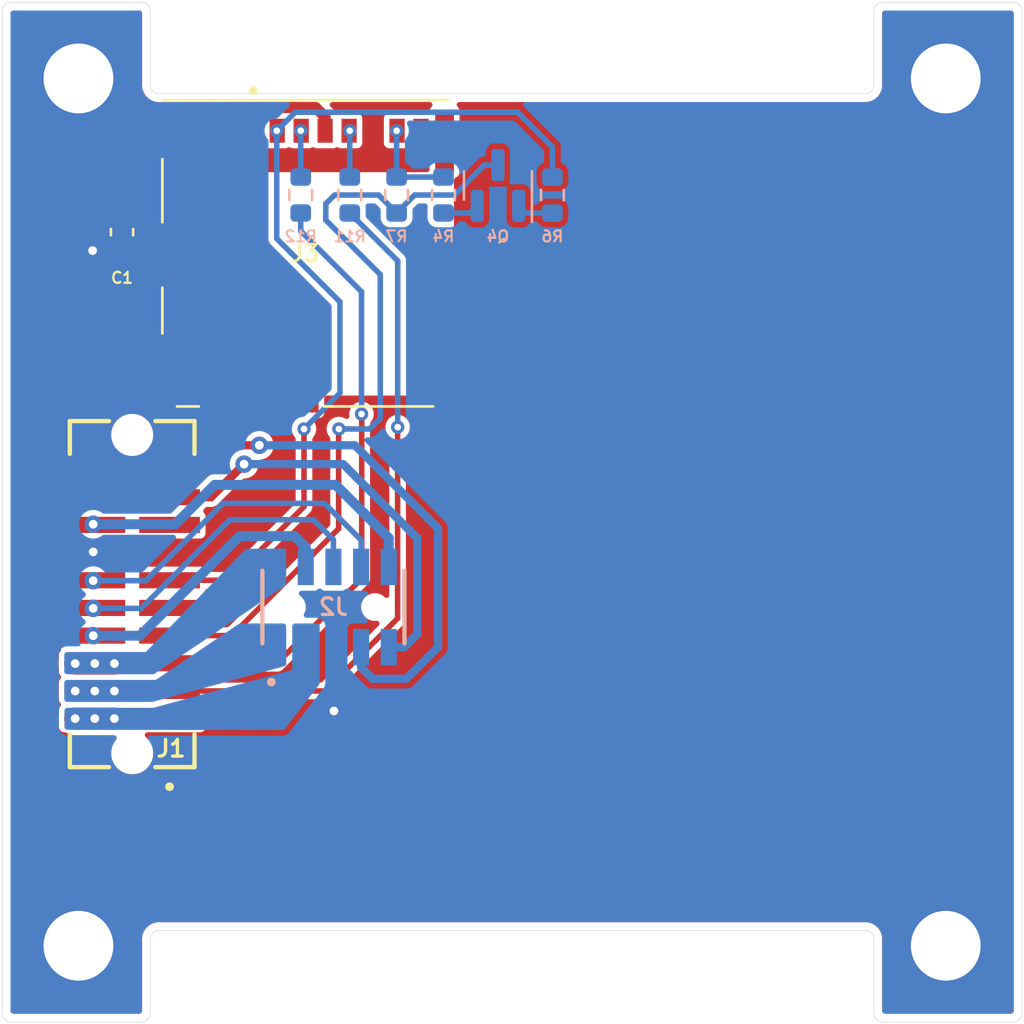
<source format=kicad_pcb>
(kicad_pcb (version 20211014) (generator pcbnew)
  (layers (0 "F.Cu" signal) (31 "B.Cu" signal) (34 "B.Paste" user) (35 "F.Paste" user) (36 "B.SilkS" user "B.Silkscreen") (37 "F.SilkS" user "F.Silkscreen") (38 "B.Mask" user) (39 "F.Mask" user) (44 "Edge.Cuts" user))
  (net 0 "")
  (net 1 "GND")
  (net 2 "/BATT_P")
  (net 3 "SCK")
  (net 4 "/BATT_N_SW")
  (net 6 "MOSI")
  (net 7 "/CAM_EN")
  (net 8 "/BATT_P_SW")
  (net 9 "+3V3")
  (net 10 "MISO")
  (net 11 "/SCL3")
  (net 12 "SD_CS")
  (net 13 "/SDA3")
  (net 14 "/VUSB")
  (net 15 "/COIL6_N")
  (net 17 "/COIL6_P")
  (net 19 "SD_MOSI")
  (net 20 "SD_SCK")
  (net 21 "SD_MISO")
  (net 23 "/HI_POW")
  (net 24 "/CAM_CS")
  (net 25 "Net-(Q4-Pad1)")
  (net 26 "Net-(Q4-Pad2)")
  (footprint "mainboard:MountingHole" (layer "F.Cu") (at 127.050003 83.849993)
    (fp_text reference "H3" hide)
    (fp_text value "MountingHole_Pad")
    (pad "1" thru_hole circle (at 0 0) (size 5 5) (drill 3.2) (layers *.Cu *.Mask) (net 1 "GND"))
  )
  (footprint "mainboard:MountingHole" (layer "F.Cu") (at 127.050003 44.049993)
    (fp_text reference "H2" hide)
    (fp_text value "MountingHole_Pad")
    (pad "1" thru_hole circle (at 0 0) (size 5 5) (drill 3.2) (layers *.Cu *.Mask) (net 1 "GND"))
  )
  (footprint "cameraboard:MOLEX_503398-1892" (layer "F.Cu") (at 97.649999 52.074989)
    (fp_text reference "J3" (at 0 0 180) (layer "F.SilkS") (effects (font (size 0.762 0.762) (thickness 0.127))))
    (fp_text value "Micro_SD_Card")
    (fp_line (start -6.55 1.575) (end -6.55 3.675) (layer "F.SilkS") (width 0.127))
    (fp_line (start -5.876 7.025) (end -4.874 7.025) (layer "F.SilkS") (width 0.127))
    (fp_line (start 0.874 7.025) (end 5.876 7.025) (layer "F.SilkS") (width 0.127))
    (fp_line (start -6.55 -4.325) (end -6.55 -1.425) (layer "F.SilkS") (width 0.127))
    (fp_line (start -6.55 -7.025) (end 6.55 -7.025) (layer "F.SilkS") (width 0.127))
    (fp_circle (center -2.38 -7.475) (end -2.28 -7.475) (layer "F.SilkS") (width 0.2) (fill none))
    (pad "1" smd rect (at -2.38 -5.625) (size 0.7 1.1) (layers "F.Cu" "F.Paste" "F.Mask"))
    (pad "2" smd rect (at -1.28 -5.625) (size 0.7 1.1) (layers "F.Cu" "F.Paste" "F.Mask") (net 12 "SD_CS"))
    (pad "3" smd rect (at -0.18 -5.625) (size 0.7 1.1) (layers "F.Cu" "F.Paste" "F.Mask") (net 19 "SD_MOSI"))
    (pad "4" smd rect (at 0.92 -5.625) (size 0.7 1.1) (layers "F.Cu" "F.Paste" "F.Mask") (net 9 "+3V3"))
    (pad "5" smd rect (at 2.02 -5.625) (size 0.7 1.1) (layers "F.Cu" "F.Paste" "F.Mask") (net 20 "SD_SCK"))
    (pad "6" smd rect (at 3.12 -5.625) (size 0.7 1.1) (layers "F.Cu" "F.Paste" "F.Mask") (net 1 "GND"))
    (pad "7" smd rect (at 4.22 -5.625) (size 0.7 1.1) (layers "F.Cu" "F.Paste" "F.Mask") (net 21 "SD_MISO"))
    (pad "8" smd rect (at 5.32 -5.625) (size 0.7 1.1) (layers "F.Cu" "F.Paste" "F.Mask"))
    (pad "9" smd rect (at -4.17 6.84) (size 0.9 0.93) (layers "F.Cu" "F.Paste" "F.Mask") (net 1 "GND"))
    (pad "10" smd rect (at 0.095 6.915) (size 1.05 0.78) (layers "F.Cu" "F.Paste" "F.Mask"))
    (pad "P1" smd rect (at -6.26 -5.61) (size 1.14 1.83) (layers "F.Cu" "F.Paste" "F.Mask"))
    (pad "P2" smd rect (at 6.4 -5.125) (size 0.86 2.8) (layers "F.Cu" "F.Paste" "F.Mask"))
    (pad "P3" smd rect (at -6.48 5.64) (size 0.7 3.33) (layers "F.Cu" "F.Paste" "F.Mask"))
    (pad "P4" smd rect (at 6.48 5.64) (size 0.7 3.33) (layers "F.Cu" "F.Paste" "F.Mask"))
    (zone (net 0) (net_name "") (layer "F.Cu") (connect_pads (clearance 0)) (min_thickness 0.01)
      (keepout (tracks not_allowed) (vias not_allowed) (pads not_allowed) (copperpour not_allowed) (footprints allowed))
      (fill (thermal_gap 0.508) (thermal_bridge_width 0.508))
      (polygon (pts (xy 90.813659 50.949989) (xy 91.519999 50.949989) (xy 91.519999 53.351169) (xy 90.813659 53.351169)))
    )
    (zone (net 0) (net_name "") (layer "F.Cu") (connect_pads (clearance 0)) (min_thickness 0.0001)
      (keepout (tracks not_allowed) (vias not_allowed) (pads not_allowed) (copperpour not_allowed) (footprints allowed))
      (fill (thermal_gap 0.508) (thermal_bridge_width 0.508))
      (polygon (pts (xy 94.479999 48.349989) (xy 94.479999 53.349989) (xy 93.829999 53.349989) (xy 93.829999 55.949989) (xy 98.219999 55.949989) (xy 98.219999 57.199989) (xy 95.919999 57.199989) (xy 95.919999 59.379989) (xy 97.219999 59.379989) (xy 97.219999 58.599989) (xy 103.779999 58.599989) (xy 103.779999 56.049989) (xy 104.479999 56.049989) (xy 104.479999 48.349989)))
    )
    (zone (net 0) (net_name "") (layer "F.Cu") (connect_pads (clearance 0)) (min_thickness 0.01)
      (keepout (tracks not_allowed) (vias not_allowed) (pads not_allowed) (copperpour not_allowed) (footprints allowed))
      (fill (thermal_gap 0.508) (thermal_bridge_width 0.508))
      (polygon (pts (xy 92.404739 56.649989) (xy 92.964999 56.649989) (xy 92.964999 58.813169) (xy 92.404739 58.813169)))
    )
    (zone (net 0) (net_name "") (layer "F.Cu") (connect_pads (clearance 0)) (min_thickness 0.01)
      (keepout (tracks not_allowed) (vias not_allowed) (pads not_allowed) (copperpour not_allowed) (footprints allowed))
      (fill (thermal_gap 0.508) (thermal_bridge_width 0.508))
      (polygon (pts (xy 94.427489 58.449989) (xy 94.979999 58.449989) (xy 94.979999 59.005389) (xy 94.427489 59.005389)))
    )
  )
  (footprint "cameraboard:SAMTEC_TFM-110-12-L-D-A" (layer "F.Cu") (at 89.715759 67.712269 90)
    (fp_text reference "J1" (at -7.087731 1.784241 180) (layer "F.SilkS") (effects (font (size 0.762 0.762) (thickness 0.1524))))
    (fp_text value "TFM-110-12-L-D-A")
    (fp_line (start -7.94 1.06366) (end -7.94 2.86) (layer "F.SilkS") (width 0.2))
    (fp_line (start -7.94 -2.86) (end -6.435 -2.86) (layer "F.SilkS") (width 0.2))
    (fp_line (start -6.435 2.86) (end -7.94 2.86) (layer "F.SilkS") (width 0.2))
    (fp_line (start 7.94 2.86) (end 7.94 1.06366) (layer "F.SilkS") (width 0.2))
    (fp_line (start 7.94 -1.06366) (end 7.94 -2.86) (layer "F.SilkS") (width 0.2))
    (fp_line (start 6.435 -2.86) (end 7.94 -2.86) (layer "F.SilkS") (width 0.2))
    (fp_line (start 6.435 2.86) (end 7.94 2.86) (layer "F.SilkS") (width 0.2))
    (fp_line (start -7.94 -2.86) (end -7.94 -1.06366) (layer "F.SilkS") (width 0.2))
    (fp_circle (center -8.84 1.715) (end -8.74 1.715) (layer "F.SilkS") (width 0.2) (fill none))
    (pad "" np_thru_hole circle (at 7.305 0 90) (size 1.42 1.42) (drill 1.42) (layers *.Cu *.Mask))
    (pad "" np_thru_hole circle (at -7.305 0 90) (size 1.42 1.42) (drill 1.42) (layers *.Cu *.Mask))
    (pad "1" smd rect (at -5.715 1.715 90) (size 0.74 2.79) (layers "F.Cu" "F.Paste" "F.Mask") (net 23 "/HI_POW"))
    (pad "2" smd rect (at -5.715 -1.715 90) (size 0.74 2.79) (layers "F.Cu" "F.Paste" "F.Mask") (net 2 "/BATT_P"))
    (pad "3" smd rect (at -4.445 1.715 90) (size 0.74 2.79) (layers "F.Cu" "F.Paste" "F.Mask") (net 3 "SCK"))
    (pad "4" smd rect (at -4.445 -1.715 90) (size 0.74 2.79) (layers "F.Cu" "F.Paste" "F.Mask") (net 4 "/BATT_N_SW"))
    (pad "5" smd rect (at -3.175 1.715 90) (size 0.74 2.79) (layers "F.Cu" "F.Paste" "F.Mask") (net 6 "MOSI"))
    (pad "6" smd rect (at -3.175 -1.715 90) (size 0.74 2.79) (layers "F.Cu" "F.Paste" "F.Mask") (net 8 "/BATT_P_SW"))
    (pad "7" smd rect (at -1.905 1.715 90) (size 0.74 2.79) (layers "F.Cu" "F.Paste" "F.Mask") (net 10 "MISO"))
    (pad "8" smd rect (at -1.905 -1.715 90) (size 0.74 2.79) (layers "F.Cu" "F.Paste" "F.Mask") (net 9 "+3V3"))
    (pad "9" smd rect (at -0.635 1.715 90) (size 0.74 2.79) (layers "F.Cu" "F.Paste" "F.Mask") (net 24 "/CAM_CS"))
    (pad "10" smd rect (at -0.635 -1.715 90) (size 0.74 2.79) (layers "F.Cu" "F.Paste" "F.Mask") (net 11 "/SCL3"))
    (pad "11" smd rect (at 0.635 1.715 90) (size 0.74 2.79) (layers "F.Cu" "F.Paste" "F.Mask") (net 12 "SD_CS"))
    (pad "12" smd rect (at 0.635 -1.715 90) (size 0.74 2.79) (layers "F.Cu" "F.Paste" "F.Mask") (net 13 "/SDA3"))
    (pad "13" smd rect (at 1.905 1.715 90) (size 0.74 2.79) (layers "F.Cu" "F.Paste" "F.Mask") (net 1 "GND"))
    (pad "14" smd rect (at 1.905 -1.715 90) (size 0.74 2.79) (layers "F.Cu" "F.Paste" "F.Mask") (net 1 "GND"))
    (pad "15" smd rect (at 3.175 1.715 90) (size 0.74 2.79) (layers "F.Cu" "F.Paste" "F.Mask") (net 7 "/CAM_EN"))
    (pad "16" smd rect (at 3.175 -1.715 90) (size 0.74 2.79) (layers "F.Cu" "F.Paste" "F.Mask") (net 14 "/VUSB"))
    (pad "17" smd rect (at 4.445 1.715 90) (size 0.74 2.79) (layers "F.Cu" "F.Paste" "F.Mask") (net 15 "/COIL6_N"))
    (pad "18" smd rect (at 4.445 -1.715 90) (size 0.74 2.79) (layers "F.Cu" "F.Paste" "F.Mask"))
    (pad "19" smd rect (at 5.715 1.715 90) (size 0.74 2.79) (layers "F.Cu" "F.Paste" "F.Mask") (net 17 "/COIL6_P"))
    (pad "20" smd rect (at 5.715 -1.715 90) (size 0.74 2.79) (layers "F.Cu" "F.Paste" "F.Mask"))
  )
  (footprint "Capacitor_SMD:C_0603_1608Metric_Pad1.08x0.95mm_HandSolder" (layer "F.Cu") (at 89.249999 51.099989 90)
    (fp_text reference "C1" (at -2.100011 0.000001 180) (layer "F.SilkS") (effects (font (size 0.508 0.508) (thickness 0.1016))))
    (fp_text value "1uF")
    (fp_line (start -0.146267 0.51) (end 0.146267 0.51) (layer "F.SilkS") (width 0.12))
    (fp_line (start -0.146267 -0.51) (end 0.146267 -0.51) (layer "F.SilkS") (width 0.12))
    (pad "1" smd roundrect (at -0.8625 0 90) (size 1.075 0.95) (layers "F.Cu" "F.Paste" "F.Mask") (net 1 "GND"))
    (pad "2" smd roundrect (at 0.8625 0 90) (size 1.075 0.95) (layers "F.Cu" "F.Paste" "F.Mask") (net 9 "+3V3"))
  )
  (footprint "custom-footprints:pycubed_mini_half" (layer "F.Cu") (at 114.55 48)
    (fp_text reference "Ref**" hide)
    (fp_text value "Val**" hide)
  )
  (footprint "mainboard:MountingHole" (layer "F.Cu") (at 87.250003 83.849993)
    (fp_text reference "H4" hide)
    (fp_text value "MountingHole_Pad")
    (pad "1" thru_hole circle (at 0 0) (size 5 5) (drill 3.2) (layers *.Cu *.Mask) (net 1 "GND"))
  )
  (footprint "mainboard:MountingHole" (layer "F.Cu") (at 87.250003 44.049993)
    (fp_text reference "H1" hide)
    (fp_text value "MountingHole_Pad")
    (pad "1" thru_hole circle (at 0 0) (size 5 5) (drill 3.2) (layers *.Cu *.Mask) (net 1 "GND"))
  )
  (footprint "Resistor_SMD:R_0603_1608Metric" (layer "B.Cu") (at 99.699999 49.399989 -90)
    (fp_text reference "R11" (at 1.900011 -0.000001 180) (layer "B.SilkS") (effects (font (size 0.508 0.508) (thickness 0.1016)) (justify mirror)))
    (fp_text value "1K")
    (fp_line (start -0.237258 0.5225) (end 0.237258 0.5225) (layer "B.SilkS") (width 0.12))
    (fp_line (start -0.237258 -0.5225) (end 0.237258 -0.5225) (layer "B.SilkS") (width 0.12))
    (pad "1" smd roundrect (at -0.825 0 270) (size 0.8 0.95) (layers "B.Cu" "B.Paste" "B.Mask") (net 20 "SD_SCK"))
    (pad "2" smd roundrect (at 0.825 0 270) (size 0.8 0.95) (layers "B.Cu" "B.Paste" "B.Mask") (net 3 "SCK"))
  )
  (footprint "Resistor_SMD:R_0603_1608Metric" (layer "B.Cu") (at 97.449999 49.399989 -90)
    (fp_text reference "R12" (at 1.900011 -0.000001 180) (layer "B.SilkS") (effects (font (size 0.508 0.508) (thickness 0.1016)) (justify mirror)))
    (fp_text value "1K")
    (fp_line (start -0.237258 -0.5225) (end 0.237258 -0.5225) (layer "B.SilkS") (width 0.12))
    (fp_line (start -0.237258 0.5225) (end 0.237258 0.5225) (layer "B.SilkS") (width 0.12))
    (pad "1" smd roundrect (at -0.825 0 270) (size 0.8 0.95) (layers "B.Cu" "B.Paste" "B.Mask") (net 19 "SD_MOSI"))
    (pad "2" smd roundrect (at 0.825 0 270) (size 0.8 0.95) (layers "B.Cu" "B.Paste" "B.Mask") (net 6 "MOSI"))
  )
  (footprint "Resistor_SMD:R_0603_1608Metric" (layer "B.Cu") (at 101.849999 49.399989 -90)
    (fp_text reference "R7" (at 1.900011 -0.000001 180) (layer "B.SilkS") (effects (font (size 0.508 0.508) (thickness 0.1016)) (justify mirror)))
    (fp_text value "0")
    (fp_line (start -0.237258 -0.5225) (end 0.237258 -0.5225) (layer "B.SilkS") (width 0.12))
    (fp_line (start -0.237258 0.5225) (end 0.237258 0.5225) (layer "B.SilkS") (width 0.12))
    (pad "1" smd roundrect (at -0.825 0 270) (size 0.8 0.95) (layers "B.Cu" "B.Paste" "B.Mask") (net 21 "SD_MISO"))
    (pad "2" smd roundrect (at 0.825 0 270) (size 0.8 0.95) (layers "B.Cu" "B.Paste" "B.Mask") (net 10 "MISO"))
  )
  (footprint "Resistor_SMD:R_0603_1608Metric" (layer "B.Cu") (at 104 49.4 90)
    (fp_text reference "R4" (at -1.9 0) (layer "B.SilkS") (effects (font (size 0.508 0.508) (thickness 0.1016)) (justify mirror)))
    (fp_text value "0")
    (fp_line (start -0.237258 -0.5225) (end 0.237258 -0.5225) (layer "B.SilkS") (width 0.12))
    (fp_line (start -0.237258 0.5225) (end 0.237258 0.5225) (layer "B.SilkS") (width 0.12))
    (pad "1" smd roundrect (at -0.825 0 90) (size 0.8 0.95) (layers "B.Cu" "B.Paste" "B.Mask") (net 26 "Net-(Q4-Pad2)"))
    (pad "2" smd roundrect (at 0.825 0 90) (size 0.8 0.95) (layers "B.Cu" "B.Paste" "B.Mask") (net 21 "SD_MISO"))
  )
  (footprint "cameraboard:SAMTEC_FLE-105-01-G-DV-A" (layer "B.Cu") (at 98.949999 68.307489)
    (fp_text reference "J2" (at 0.000001 -0.007489) (layer "B.SilkS") (effects (font (size 0.762 0.762) (thickness 0.1524)) (justify mirror)))
    (fp_text value "FLE-105-01-G-DV-A")
    (fp_line (start 3.26 -1.665) (end 3.26 1.665) (layer "B.SilkS") (width 0.2))
    (fp_line (start -3.26 -1.665) (end -3.26 1.665) (layer "B.SilkS") (width 0.2))
    (fp_circle (center -2.85 3.44) (end -2.75 3.44) (layer "B.SilkS") (width 0.2) (fill none))
    (pad "" np_thru_hole circle (at 1.905 0) (size 0.76 0.76) (drill 0.76) (layers *.Cu *.Mask))
    (pad "" np_thru_hole circle (at -1.905 0) (size 0.76 0.76) (drill 0.76) (layers *.Cu *.Mask))
    (pad "1" smd rect (at -2.54 1.8425) (size 0.74 1.675) (layers "B.Cu" "B.Paste" "B.Mask") (net 4 "/BATT_N_SW"))
    (pad "2" smd rect (at -2.54 -1.8425) (size 0.74 1.675) (layers "B.Cu" "B.Paste" "B.Mask") (net 8 "/BATT_P_SW"))
    (pad "3" smd rect (at -1.27 1.8425) (size 0.74 1.675) (layers "B.Cu" "B.Paste" "B.Mask") (net 2 "/BATT_P"))
    (pad "4" smd rect (at -1.27 -1.8425) (size 0.74 1.675) (layers "B.Cu" "B.Paste" "B.Mask") (net 9 "+3V3"))
    (pad "5" smd rect (at 0 1.8425) (size 0.74 1.675) (layers "B.Cu" "B.Paste" "B.Mask") (net 1 "GND"))
    (pad "6" smd rect (at 0 -1.8425) (size 0.74 1.675) (layers "B.Cu" "B.Paste" "B.Mask") (net 11 "/SCL3"))
    (pad "7" smd rect (at 1.27 1.8425) (size 0.74 1.675) (layers "B.Cu" "B.Paste" "B.Mask") (net 17 "/COIL6_P"))
    (pad "8" smd rect (at 1.27 -1.8425) (size 0.74 1.675) (layers "B.Cu" "B.Paste" "B.Mask") (net 13 "/SDA3"))
    (pad "9" smd rect (at 2.54 1.8425) (size 0.74 1.675) (layers "B.Cu" "B.Paste" "B.Mask") (net 15 "/COIL6_N"))
    (pad "10" smd rect (at 2.54 -1.8425) (size 0.74 1.675) (layers "B.Cu" "B.Paste" "B.Mask") (net 14 "/VUSB"))
  )
  (footprint "Resistor_SMD:R_0603_1608Metric" (layer "B.Cu") (at 109 49.4 90)
    (fp_text reference "R6" (at -1.9 0) (layer "B.SilkS") (effects (font (size 0.508 0.508) (thickness 0.1016)) (justify mirror)))
    (fp_text value "4.7k")
    (fp_line (start -0.237258 -0.5225) (end 0.237258 -0.5225) (layer "B.SilkS") (width 0.12))
    (fp_line (start -0.237258 0.5225) (end 0.237258 0.5225) (layer "B.SilkS") (width 0.12))
    (pad "1" smd roundrect (at -0.825 0 90) (size 0.8 0.95) (layers "B.Cu" "B.Paste" "B.Mask") (net 25 "Net-(Q4-Pad1)"))
    (pad "2" smd roundrect (at 0.825 0 90) (size 0.8 0.95) (layers "B.Cu" "B.Paste" "B.Mask") (net 12 "SD_CS"))
  )
  (footprint "Package_TO_SOT_SMD:SOT-23" (layer "B.Cu") (at 106.5 48.96 90)
    (fp_text reference "Q4" (at -2.34 0) (layer "B.SilkS") (effects (font (size 0.508 0.508) (thickness 0.1016)) (justify mirror)))
    (fp_text value "MMBT2907")
    (fp_line (start 0 1.56) (end 0.65 1.56) (layer "B.SilkS") (width 0.12))
    (fp_line (start 0 -1.56) (end 0.65 -1.56) (layer "B.SilkS") (width 0.12))
    (fp_line (start 0 1.56) (end -1.675 1.56) (layer "B.SilkS") (width 0.12))
    (fp_line (start 0 -1.56) (end -0.65 -1.56) (layer "B.SilkS") (width 0.12))
    (pad "1" smd roundrect (at -0.9375 0.95 90) (size 1.475 0.6) (layers "B.Cu" "B.Paste" "B.Mask") (net 25 "Net-(Q4-Pad1)"))
    (pad "2" smd roundrect (at -0.9375 -0.95 90) (size 1.475 0.6) (layers "B.Cu" "B.Paste" "B.Mask") (net 26 "Net-(Q4-Pad2)"))
    (pad "3" smd roundrect (at 0.9375 0 90) (size 1.475 0.6) (layers "B.Cu" "B.Paste" "B.Mask") (net 10 "MISO"))
  )
  (gr_arc (start 123.750007 44.349988) (mid 123.632852 44.632835) (end 123.350008 44.749988) (layer "Edge.Cuts") (width 0.0254))
  (gr_arc (start 90.549997 86.95) (mid 90.43284 87.232843) (end 90.149997 87.35) (layer "Edge.Cuts") (width 0.0254))
  (gr_arc (start 123.750003 40.94999) (mid 123.86716 40.667149) (end 124.150002 40.549991) (layer "Edge.Cuts") (width 0.0254))
  (gr_arc (start 124.150006 87.35) (mid 123.867163 87.232843) (end 123.750006 86.95) (layer "Edge.Cuts") (width 0.0254))
  (gr_arc (start 90.55 83.549988) (mid 90.667157 83.267146) (end 90.949999 83.149989) (layer "Edge.Cuts") (width 0.0254))
  (gr_line (start 123.350008 44.749988) (end 90.949999 44.749989) (layer "Edge.Cuts") (width 0.0254))
  (gr_line (start 124.150006 87.35) (end 130.149994 87.35) (layer "Edge.Cuts") (width 0.0254))
  (gr_line (start 90.55 83.549988) (end 90.549999 86.95) (layer "Edge.Cuts") (width 0.0254))
  (gr_line (start 123.749999 86.95) (end 123.750009 83.549988) (layer "Edge.Cuts") (width 0.0254))
  (gr_line (start 123.35001 83.149989) (end 90.949999 83.149989) (layer "Edge.Cuts") (width 0.0254))
  (gr_line (start 90.149997 40.549992) (end 84.150009 40.549992) (layer "Edge.Cuts") (width 0.0254))
  (gr_arc (start 84.150009 87.35) (mid 83.867156 87.232847) (end 83.75001 86.95) (layer "Edge.Cuts") (width 0.0254))
  (gr_line (start 90.149997 87.35) (end 84.150009 87.35) (layer "Edge.Cuts") (width 0.0254))
  (gr_line (start 130.549999 55.805989) (end 130.549999 40.949989) (layer "Edge.Cuts") (width 0.0254))
  (gr_line (start 130.149999 40.549989) (end 124.150002 40.549991) (layer "Edge.Cuts") (width 0.0254))
  (gr_line (start 90.55 44.349989) (end 90.549999 40.949989) (layer "Edge.Cuts") (width 0.0254))
  (gr_arc (start 130.149994 40.549992) (mid 130.432839 40.667147) (end 130.549993 40.949991) (layer "Edge.Cuts") (width 0.0254))
  (gr_arc (start 90.149997 40.549992) (mid 90.43284 40.667148) (end 90.549996 40.949991) (layer "Edge.Cuts") (width 0.0254))
  (gr_arc (start 90.949999 44.749989) (mid 90.66716 44.63283) (end 90.55 44.349989) (layer "Edge.Cuts") (width 0.0254))
  (gr_line (start 123.750003 40.94999) (end 123.750007 44.349988) (layer "Edge.Cuts") (width 0.0254))
  (gr_line (start 83.75001 47.149978) (end 83.75001 40.949991) (layer "Edge.Cuts") (width 0.0254))
  (gr_line (start 130.549999 74.093989) (end 130.549993 86.95) (layer "Edge.Cuts") (width 0.0254))
  (gr_line (start 83.75001 86.95) (end 83.75001 47.149978) (layer "Edge.Cuts") (width 0.0254))
  (gr_arc (start 123.35001 83.149989) (mid 123.632852 83.267146) (end 123.750009 83.549988) (layer "Edge.Cuts") (width 0.0254))
  (gr_arc (start 130.549993 86.95) (mid 130.432832 87.232833) (end 130.149994 87.35) (layer "Edge.Cuts") (width 0.0254))
  (gr_arc (start 83.75001 40.949991) (mid 83.867167 40.667151) (end 84.150009 40.549992) (layer "Edge.Cuts") (width 0.0254))
  (gr_line (start 130.549999 55.805989) (end 130.549999 74.093989) (layer "Edge.Cuts") (width 0.0254))
  (via (at 98.975 73.075) (size 0.8) (drill 0.4) (layers "F.Cu" "B.Cu") (net 1))
  (via (at 87.925 65.775) (size 0.8) (drill 0.4) (layers "F.Cu" "B.Cu") (net 1))
  (via (at 87.899999 51.949989) (size 0.8) (drill 0.4) (layers "F.Cu" "B.Cu") (net 1))
  (segment (start 87.1 73.425) (end 88.9 73.425) (width 1.016) (layer "F.Cu") (net 2))
  (via (at 87.1 73.425) (size 0.8) (drill 0.4) (layers "F.Cu" "B.Cu") (net 2))
  (via (at 88 73.425) (size 0.8) (drill 0.4) (layers "F.Cu" "B.Cu") (net 2))
  (via (at 88.9 73.425) (size 0.8) (drill 0.4) (layers "F.Cu" "B.Cu") (net 2))
  (segment (start 101.899999 60.049989) (end 101.896496 60.053492) (width 0.254) (layer "F.Cu") (net 3))
  (segment (start 98.567731 72.157269) (end 91.430759 72.157269) (width 0.254) (layer "F.Cu") (net 3))
  (segment (start 101.896496 68.828504) (end 98.567731 72.157269) (width 0.254) (layer "F.Cu") (net 3))
  (segment (start 101.896496 60.053492) (end 101.896496 68.828504) (width 0.254) (layer "F.Cu") (net 3))
  (via (at 101.899987 60.049978) (size 0.6096) (drill 0.3048) (layers "F.Cu" "B.Cu") (net 3))
  (segment (start 101.899999 60.049989) (end 101.899999 54.499989) (width 0.254) (layer "B.Cu") (net 3))
  (segment (start 101.899999 52.424989) (end 99.699999 50.224989) (width 0.254) (layer "B.Cu") (net 3))
  (segment (start 101.899999 54.499989) (end 101.899999 52.424989) (width 0.254) (layer "B.Cu") (net 3))
  (segment (start 87.1 72.16) (end 88.9 72.16) (width 0.9906) (layer "F.Cu") (net 4))
  (via (at 87.1 72.16) (size 0.8) (drill 0.4) (layers "F.Cu" "B.Cu") (net 4))
  (via (at 88 72.16) (size 0.8) (drill 0.4) (layers "F.Cu" "B.Cu") (net 4))
  (via (at 88.9 72.16) (size 0.8) (drill 0.4) (layers "F.Cu" "B.Cu") (net 4))
  (segment (start 100.240418 59.450048) (end 100.249999 59.459629) (width 0.254) (layer "F.Cu") (net 6))
  (segment (start 100.249999 59.459629) (end 100.249999 67.000001) (width 0.254) (layer "F.Cu") (net 6))
  (segment (start 96.362731 70.887269) (end 91.430759 70.887269) (width 0.254) (layer "F.Cu") (net 6))
  (segment (start 100.249999 67.000001) (end 96.362731 70.887269) (width 0.254) (layer "F.Cu") (net 6))
  (via (at 100.240418 59.450048) (size 0.6096) (drill 0.3048) (layers "F.Cu" "B.Cu") (net 6))
  (segment (start 97.449999 51.049989) (end 97.449999 50.224989) (width 0.254) (layer "B.Cu") (net 6))
  (segment (start 100.240418 59.450048) (end 100.240418 53.840408) (width 0.254) (layer "B.Cu") (net 6))
  (segment (start 100.240418 53.840408) (end 97.449999 51.049989) (width 0.254) (layer "B.Cu") (net 6))
  (segment (start 87.1 70.9) (end 88.9 70.9) (width 1.016) (layer "F.Cu") (net 8))
  (via (at 88.9 70.9) (size 0.8) (drill 0.4) (layers "F.Cu" "B.Cu") (net 8))
  (via (at 88 70.9) (size 0.8) (drill 0.4) (layers "F.Cu" "B.Cu") (net 8))
  (via (at 87.1 70.9) (size 0.8) (drill 0.4) (layers "F.Cu" "B.Cu") (net 8))
  (segment (start 98.569999 45.819989) (end 98.569999 46.449989) (width 0.508) (layer "F.Cu") (net 9))
  (segment (start 86.587499 50.212489) (end 91.987499 50.212489) (width 0.508) (layer "F.Cu") (net 9))
  (segment (start 93.149999 49.049989) (end 93.149999 46.399989) (width 0.508) (layer "F.Cu") (net 9))
  (segment (start 98.134999 45.384989) (end 98.569999 45.819989) (width 0.508) (layer "F.Cu") (net 9))
  (segment (start 85.249999 68.599989) (end 85.249999 51.549989) (width 0.508) (layer "F.Cu") (net 9))
  (segment (start 88.000759 69.617269) (end 86.267279 69.617269) (width 0.508) (layer "F.Cu") (net 9))
  (segment (start 94.164999 45.384989) (end 98.134999 45.384989) (width 0.508) (layer "F.Cu") (net 9))
  (segment (start 91.987499 50.212489) (end 93.149999 49.049989) (width 0.508) (layer "F.Cu") (net 9))
  (segment (start 85.249999 51.549989) (end 86.587499 50.212489) (width 0.508) (layer "F.Cu") (net 9))
  (segment (start 86.267279 69.617269) (end 85.249999 68.599989) (width 0.508) (layer "F.Cu") (net 9))
  (segment (start 93.149999 46.399989) (end 94.164999 45.384989) (width 0.508) (layer "F.Cu") (net 9))
  (via (at 87.929999 69.619989) (size 0.8) (drill 0.4) (layers "F.Cu" "B.Cu") (net 9))
  (segment (start 87.929999 69.619989) (end 90.080011 69.619989) (width 0.4572) (layer "B.Cu") (net 9))
  (segment (start 94.650011 65.049989) (end 97.167699 65.049989) (width 0.4572) (layer "B.Cu") (net 9))
  (segment (start 90.080011 69.619989) (end 94.650011 65.049989) (width 0.4572) (layer "B.Cu") (net 9))
  (segment (start 97.167699 65.049989) (end 97.679999 65.562289) (width 0.4572) (layer "B.Cu") (net 9))
  (segment (start 97.679999 65.562289) (end 97.679999 66.464989) (width 0.4572) (layer "B.Cu") (net 9))
  (segment (start 99.18949 64.71051) (end 94.282731 69.617269) (width 0.254) (layer "F.Cu") (net 10))
  (segment (start 94.282731 69.617269) (end 91.430759 69.617269) (width 0.254) (layer "F.Cu") (net 10))
  (segment (start 99.18949 60.14585) (end 99.18949 64.71051) (width 0.254) (layer "F.Cu") (net 10))
  (via (at 99.199999 60.135348) (size 0.6096) (drill 0.3048) (layers "F.Cu" "B.Cu") (net 10))
  (segment (start 102.674988 49.4) (end 104.525012 49.4) (width 0.254) (layer "B.Cu") (net 10))
  (segment (start 100.61464 60.135348) (end 101.099999 59.649989) (width 0.254) (layer "B.Cu") (net 10))
  (segment (start 101.024999 49.399989) (end 101.849999 50.224989) (width 0.254) (layer "B.Cu") (net 10))
  (segment (start 101.099999 53.049989) (end 98.599999 50.549989) (width 0.254) (layer "B.Cu") (net 10))
  (segment (start 98.599999 50.549989) (end 98.599999 49.799989) (width 0.254) (layer "B.Cu") (net 10))
  (segment (start 105.8775 48.0225) (end 106.5 48.0225) (width 0.254) (layer "B.Cu") (net 10))
  (segment (start 99.199992 60.135348) (end 100.61464 60.135348) (width 0.254) (layer "B.Cu") (net 10))
  (segment (start 101.099999 59.649989) (end 101.099999 53.049989) (width 0.254) (layer "B.Cu") (net 10))
  (segment (start 98.599999 49.799989) (end 98.999999 49.399989) (width 0.254) (layer "B.Cu") (net 10))
  (segment (start 101.849999 50.224989) (end 102.674988 49.4) (width 0.254) (layer "B.Cu") (net 10))
  (segment (start 98.999999 49.399989) (end 101.024999 49.399989) (width 0.254) (layer "B.Cu") (net 10))
  (segment (start 104.5 49.4) (end 105.8775 48.0225) (width 0.254) (layer "B.Cu") (net 10))
  (via (at 87.927599 68.367589) (size 0.8) (drill 0.4) (layers "F.Cu" "B.Cu") (net 11))
  (segment (start 90.132411 68.367589) (end 94.200011 64.299989) (width 0.254) (layer "B.Cu") (net 11))
  (segment (start 87.927599 68.367589) (end 90.132411 68.367589) (width 0.254) (layer "B.Cu") (net 11))
  (segment (start 98.029999 64.299989) (end 98.949999 65.219989) (width 0.254) (layer "B.Cu") (net 11))
  (segment (start 94.200011 64.299989) (end 98.029999 64.299989) (width 0.254) (layer "B.Cu") (net 11))
  (segment (start 98.949999 65.219989) (end 98.949999 66.464989) (width 0.254) (layer "B.Cu") (net 11))
  (segment (start 97.599999 63.699989) (end 94.222719 67.077269) (width 0.254) (layer "F.Cu") (net 12))
  (segment (start 94.222719 67.077269) (end 91.430759 67.077269) (width 0.254) (layer "F.Cu") (net 12))
  (segment (start 97.599999 60.135352) (end 97.599999 63.699989) (width 0.254) (layer "F.Cu") (net 12))
  (via (at 97.599995 60.135348) (size 0.6096) (drill 0.3048) (layers "F.Cu" "B.Cu") (net 12))
  (via (at 96.349999 46.449989) (size 0.6096) (drill 0.3048) (layers "F.Cu" "B.Cu") (net 12))
  (segment (start 99.249999 58.485344) (end 99.249999 54.299989) (width 0.254) (layer "B.Cu") (net 12))
  (segment (start 107.4 45.6) (end 109 47.2) (width 0.254) (layer "B.Cu") (net 12))
  (segment (start 96.349999 46.449989) (end 97.199988 45.6) (width 0.254) (layer "B.Cu") (net 12))
  (segment (start 96.349999 51.399989) (end 96.349999 46.449989) (width 0.254) (layer "B.Cu") (net 12))
  (segment (start 99.249999 54.299989) (end 96.349999 51.399989) (width 0.254) (layer "B.Cu") (net 12))
  (segment (start 109 47.2) (end 109 48.575) (width 0.254) (layer "B.Cu") (net 12))
  (segment (start 97.599999 60.135344) (end 99.249999 58.485344) (width 0.254) (layer "B.Cu") (net 12))
  (segment (start 97.199988 45.6) (end 107.4 45.6) (width 0.254) (layer "B.Cu") (net 12))
  (via (at 87.927599 67.097589) (size 0.8) (drill 0.4) (layers "F.Cu" "B.Cu") (net 13))
  (segment (start 93.887505 63.549989) (end 98.539999 63.549989) (width 0.254) (layer "B.Cu") (net 13))
  (segment (start 90.339905 67.097589) (end 93.887505 63.549989) (width 0.254) (layer "B.Cu") (net 13))
  (segment (start 87.927599 67.097589) (end 90.339905 67.097589) (width 0.254) (layer "B.Cu") (net 13))
  (segment (start 98.539999 63.549989) (end 100.219999 65.229989) (width 0.254) (layer "B.Cu") (net 13))
  (segment (start 100.219999 65.229989) (end 100.219999 66.464989) (width 0.254) (layer "B.Cu") (net 13))
  (via (at 87.927599 64.506789) (size 0.8) (drill 0.4) (layers "F.Cu" "B.Cu") (net 14))
  (segment (start 101.489999 65.139989) (end 99.049999 62.699989) (width 0.4572) (layer "B.Cu") (net 14))
  (segment (start 99.049999 62.699989) (end 93.500011 62.699989) (width 0.4572) (layer "B.Cu") (net 14))
  (segment (start 93.500011 62.699989) (end 91.693211 64.506789) (width 0.4572) (layer "B.Cu") (net 14))
  (segment (start 101.489999 66.464989) (end 101.489999 65.139989) (width 0.4572) (layer "B.Cu") (net 14))
  (segment (start 91.693211 64.506789) (end 87.927599 64.506789) (width 0.4572) (layer "B.Cu") (net 14))
  (segment (start 93.332719 63.267269) (end 91.430759 63.267269) (width 0.381) (layer "F.Cu") (net 15))
  (segment (start 94.849999 61.749989) (end 93.332719 63.267269) (width 0.381) (layer "F.Cu") (net 15))
  (via (at 94.849999 61.749989) (size 0.8) (drill 0.4) (layers "F.Cu" "B.Cu") (net 15))
  (segment (start 102.199999 70.149989) (end 101.489999 70.149989) (width 0.381) (layer "B.Cu") (net 15))
  (segment (start 102.799999 65.149989) (end 102.799999 69.549989) (width 0.381) (layer "B.Cu") (net 15))
  (segment (start 99.399999 61.749989) (end 102.799999 65.149989) (width 0.381) (layer "B.Cu") (net 15))
  (segment (start 102.799999 69.549989) (end 102.199999 70.149989) (width 0.381) (layer "B.Cu") (net 15))
  (segment (start 94.849999 61.749989) (end 99.399999 61.749989) (width 0.381) (layer "B.Cu") (net 15))
  (segment (start 93.202719 61.997269) (end 91.430759 61.997269) (width 0.381) (layer "F.Cu") (net 17))
  (segment (start 94.31584 60.884148) (end 93.202719 61.997269) (width 0.381) (layer "F.Cu") (net 17))
  (segment (start 95.549999 60.884148) (end 94.31584 60.884148) (width 0.381) (layer "F.Cu") (net 17))
  (via (at 95.549999 60.884148) (size 0.8) (drill 0.4) (layers "F.Cu" "B.Cu") (net 17))
  (segment (start 100.749999 71.599989) (end 100.219999 71.069989) (width 0.381) (layer "B.Cu") (net 17))
  (segment (start 95.549999 60.884148) (end 99.934158 60.884148) (width 0.381) (layer "B.Cu") (net 17))
  (segment (start 103.749999 64.699989) (end 103.749999 70.149989) (width 0.381) (layer "B.Cu") (net 17))
  (segment (start 99.934158 60.884148) (end 103.749999 64.699989) (width 0.381) (layer "B.Cu") (net 17))
  (segment (start 103.749999 70.149989) (end 102.299999 71.599989) (width 0.381) (layer "B.Cu") (net 17))
  (segment (start 102.299999 71.599989) (end 100.749999 71.599989) (width 0.381) (layer "B.Cu") (net 17))
  (segment (start 100.219999 71.069989) (end 100.219999 70.149989) (width 0.381) (layer "B.Cu") (net 17))
  (via (at 97.449999 46.449989) (size 0.6096) (drill 0.3048) (layers "F.Cu" "B.Cu") (net 19))
  (segment (start 97.449999 46.449989) (end 97.449999 48.574989) (width 0.254) (layer "B.Cu") (net 19))
  (via (at 99.699999 46.451289) (size 0.6096) (drill 0.3048) (layers "F.Cu" "B.Cu") (net 20))
  (segment (start 99.699999 46.451289) (end 99.699999 48.524989) (width 0.254) (layer "B.Cu") (net 20))
  (via (at 101.849999 46.451289) (size 0.6096) (drill 0.3048) (layers "F.Cu" "B.Cu") (net 21))
  (segment (start 101.849999 48.574989) (end 104.025001 48.574989) (width 0.254) (layer "B.Cu") (net 21))
  (segment (start 101.849999 48.574989) (end 101.849999 46.451289) (width 0.254) (layer "B.Cu") (net 21))
  (segment (start 109 50.225) (end 107.7775 50.225) (width 0.254) (layer "B.Cu") (net 25))
  (segment (start 107.7775 50.225) (end 107.45 49.8975) (width 0.254) (layer "B.Cu") (net 25))
  (segment (start 104 50.225) (end 105.2225 50.225) (width 0.254) (layer "B.Cu") (net 26))
  (segment (start 105.2225 50.225) (end 105.55 49.8975) (width 0.254) (layer "B.Cu") (net 26))
  (zone (net 1) (net_name "GND") (layers F&B.Cu) (connect_pads yes (clearance 0)) (min_thickness 0.254) (fill yes (thermal_gap 0.508) (thermal_bridge_width 0.508))
    (polygon (pts (xy 130.649999 87.449989) (xy 83.649999 87.449989) (xy 83.649999 40.449989) (xy 130.649999 40.449989)))
  )
  (zone (net 4) (net_name "/BATT_N_SW") (layer "B.Cu") (priority 1) (connect_pads yes (clearance 0.254)) (min_thickness 0.254) (fill yes (thermal_gap 0.508) (thermal_bridge_width 0.508))
    (polygon (pts (xy 96.78 71) (xy 90.64 72.66) (xy 86.6 72.66) (xy 86.6 71.65) (xy 90.8 71.65) (xy 94.64 69.06) (xy 95.73 69.06) (xy 96.78 69.06)))
  )
  (zone (net 8) (net_name "/BATT_P_SW") (layer "B.Cu") (priority 1) (connect_pads yes (clearance 0.254)) (min_thickness 0.254) (fill yes (thermal_gap 0.508) (thermal_bridge_width 0.508))
    (polygon (pts (xy 96.78 67.3) (xy 90.71 71.39) (xy 86.6 71.39) (xy 86.6 70.37) (xy 90.34 70.37) (xy 94.94 65.63) (xy 96.78 65.63)))
  )
  (zone (net 2) (net_name "/BATT_P") (layer "B.Cu") (priority 1) (connect_pads yes (clearance 0)) (min_thickness 0.254) (fill yes (thermal_gap 0.508) (thermal_bridge_width 0.508))
    (polygon (pts (xy 98.32 71.84) (xy 96.68 73.95) (xy 86.61 73.94) (xy 86.61 72.93) (xy 90.69 72.93) (xy 97.06 71.19) (xy 97.06 69.06) (xy 98.32 69.06)))
  )
)
</source>
